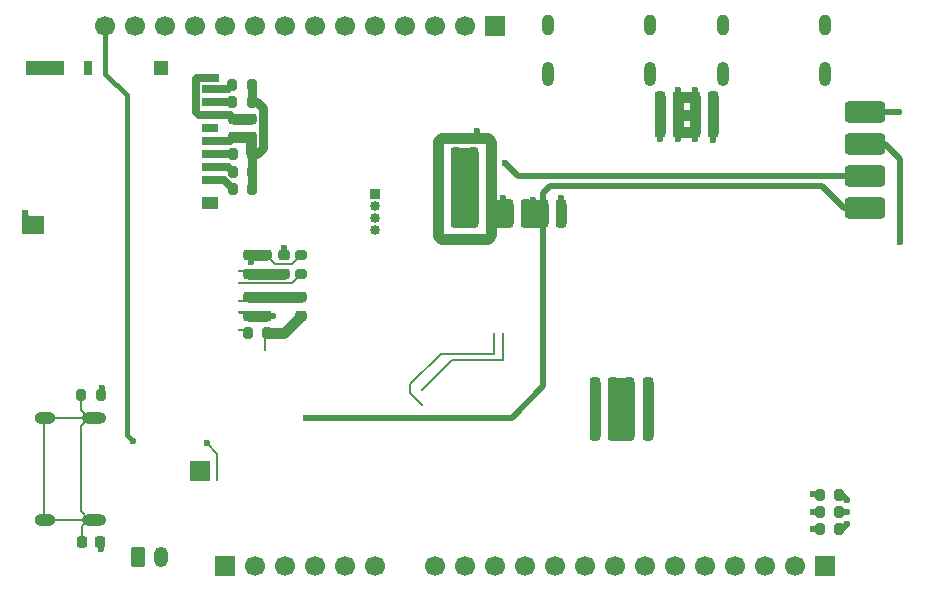
<source format=gbr>
%TF.GenerationSoftware,KiCad,Pcbnew,9.0.3*%
%TF.CreationDate,2025-10-26T12:54:33-04:00*%
%TF.ProjectId,SeedSBC_rev1_1,53656564-5342-4435-9f72-6576315f312e,rev?*%
%TF.SameCoordinates,Original*%
%TF.FileFunction,Copper,L6,Bot*%
%TF.FilePolarity,Positive*%
%FSLAX46Y46*%
G04 Gerber Fmt 4.6, Leading zero omitted, Abs format (unit mm)*
G04 Created by KiCad (PCBNEW 9.0.3) date 2025-10-26 12:54:33*
%MOMM*%
%LPD*%
G01*
G04 APERTURE LIST*
G04 Aperture macros list*
%AMRoundRect*
0 Rectangle with rounded corners*
0 $1 Rounding radius*
0 $2 $3 $4 $5 $6 $7 $8 $9 X,Y pos of 4 corners*
0 Add a 4 corners polygon primitive as box body*
4,1,4,$2,$3,$4,$5,$6,$7,$8,$9,$2,$3,0*
0 Add four circle primitives for the rounded corners*
1,1,$1+$1,$2,$3*
1,1,$1+$1,$4,$5*
1,1,$1+$1,$6,$7*
1,1,$1+$1,$8,$9*
0 Add four rect primitives between the rounded corners*
20,1,$1+$1,$2,$3,$4,$5,0*
20,1,$1+$1,$4,$5,$6,$7,0*
20,1,$1+$1,$6,$7,$8,$9,0*
20,1,$1+$1,$8,$9,$2,$3,0*%
%AMRotRect*
0 Rectangle, with rotation*
0 The origin of the aperture is its center*
0 $1 length*
0 $2 width*
0 $3 Rotation angle, in degrees counterclockwise*
0 Add horizontal line*
21,1,$1,$2,0,0,$3*%
G04 Aperture macros list end*
%TA.AperFunction,HeatsinkPad*%
%ADD10O,2.100000X1.000000*%
%TD*%
%TA.AperFunction,HeatsinkPad*%
%ADD11O,1.800000X1.000000*%
%TD*%
%TA.AperFunction,ComponentPad*%
%ADD12RoundRect,0.250000X-0.350000X-0.625000X0.350000X-0.625000X0.350000X0.625000X-0.350000X0.625000X0*%
%TD*%
%TA.AperFunction,ComponentPad*%
%ADD13O,1.200000X1.750000*%
%TD*%
%TA.AperFunction,HeatsinkPad*%
%ADD14O,1.000000X2.100000*%
%TD*%
%TA.AperFunction,HeatsinkPad*%
%ADD15O,1.000000X1.800000*%
%TD*%
%TA.AperFunction,ComponentPad*%
%ADD16R,1.700000X1.700000*%
%TD*%
%TA.AperFunction,ComponentPad*%
%ADD17C,1.700000*%
%TD*%
%TA.AperFunction,HeatsinkPad*%
%ADD18C,0.500000*%
%TD*%
%TA.AperFunction,HeatsinkPad*%
%ADD19R,1.680000X1.680000*%
%TD*%
%TA.AperFunction,ComponentPad*%
%ADD20R,0.850000X0.850000*%
%TD*%
%TA.AperFunction,ComponentPad*%
%ADD21C,0.850000*%
%TD*%
%TA.AperFunction,SMDPad,CuDef*%
%ADD22RoundRect,0.225000X0.250000X-0.225000X0.250000X0.225000X-0.250000X0.225000X-0.250000X-0.225000X0*%
%TD*%
%TA.AperFunction,SMDPad,CuDef*%
%ADD23RoundRect,0.225000X-0.225000X-0.250000X0.225000X-0.250000X0.225000X0.250000X-0.225000X0.250000X0*%
%TD*%
%TA.AperFunction,SMDPad,CuDef*%
%ADD24RoundRect,0.200000X-0.200000X-0.275000X0.200000X-0.275000X0.200000X0.275000X-0.200000X0.275000X0*%
%TD*%
%TA.AperFunction,SMDPad,CuDef*%
%ADD25RoundRect,0.200000X0.200000X0.275000X-0.200000X0.275000X-0.200000X-0.275000X0.200000X-0.275000X0*%
%TD*%
%TA.AperFunction,SMDPad,CuDef*%
%ADD26RoundRect,0.250000X1.450000X0.650000X-1.450000X0.650000X-1.450000X-0.650000X1.450000X-0.650000X0*%
%TD*%
%TA.AperFunction,SMDPad,CuDef*%
%ADD27RoundRect,0.218750X0.256250X-0.218750X0.256250X0.218750X-0.256250X0.218750X-0.256250X-0.218750X0*%
%TD*%
%TA.AperFunction,SMDPad,CuDef*%
%ADD28RoundRect,0.225000X0.225000X0.250000X-0.225000X0.250000X-0.225000X-0.250000X0.225000X-0.250000X0*%
%TD*%
%TA.AperFunction,SMDPad,CuDef*%
%ADD29R,1.400000X0.700000*%
%TD*%
%TA.AperFunction,SMDPad,CuDef*%
%ADD30R,1.200000X0.700000*%
%TD*%
%TA.AperFunction,SMDPad,CuDef*%
%ADD31R,0.800000X1.200000*%
%TD*%
%TA.AperFunction,SMDPad,CuDef*%
%ADD32R,1.900000X1.500000*%
%TD*%
%TA.AperFunction,SMDPad,CuDef*%
%ADD33RotRect,0.200000X0.200000X45.000000*%
%TD*%
%TA.AperFunction,SMDPad,CuDef*%
%ADD34R,0.500000X0.500000*%
%TD*%
%TA.AperFunction,SMDPad,CuDef*%
%ADD35R,1.400000X1.000000*%
%TD*%
%TA.AperFunction,SMDPad,CuDef*%
%ADD36R,3.200000X1.200000*%
%TD*%
%TA.AperFunction,SMDPad,CuDef*%
%ADD37R,1.200000X1.200000*%
%TD*%
%TA.AperFunction,SMDPad,CuDef*%
%ADD38RoundRect,0.225000X-0.250000X0.225000X-0.250000X-0.225000X0.250000X-0.225000X0.250000X0.225000X0*%
%TD*%
%TA.AperFunction,SMDPad,CuDef*%
%ADD39RoundRect,0.200000X-0.275000X0.200000X-0.275000X-0.200000X0.275000X-0.200000X0.275000X0.200000X0*%
%TD*%
%TA.AperFunction,SMDPad,CuDef*%
%ADD40RoundRect,0.218750X-0.256250X0.218750X-0.256250X-0.218750X0.256250X-0.218750X0.256250X0.218750X0*%
%TD*%
%TA.AperFunction,ViaPad*%
%ADD41C,0.600000*%
%TD*%
%TA.AperFunction,ViaPad*%
%ADD42C,0.300000*%
%TD*%
%TA.AperFunction,Conductor*%
%ADD43C,0.508000*%
%TD*%
%TA.AperFunction,Conductor*%
%ADD44C,0.635000*%
%TD*%
%TA.AperFunction,Conductor*%
%ADD45C,0.889000*%
%TD*%
%TA.AperFunction,Conductor*%
%ADD46C,0.200000*%
%TD*%
%TA.AperFunction,Conductor*%
%ADD47C,0.254000*%
%TD*%
%TA.AperFunction,Conductor*%
%ADD48C,0.150000*%
%TD*%
%TA.AperFunction,Conductor*%
%ADD49C,0.381000*%
%TD*%
%TA.AperFunction,Conductor*%
%ADD50C,0.762000*%
%TD*%
G04 APERTURE END LIST*
D10*
%TO.P,J6,S1,SHIELD*%
%TO.N,Net-(J6-SHIELD)*%
X108257500Y-111905000D03*
D11*
X104077500Y-111905000D03*
D10*
X108257500Y-120545000D03*
D11*
X104077500Y-120545000D03*
%TD*%
D12*
%TO.P,J3,1,Pin_1*%
%TO.N,V_BAT*%
X111960000Y-123740000D03*
D13*
%TO.P,J3,2,Pin_2*%
%TO.N,GND*%
X113960000Y-123740000D03*
%TD*%
D14*
%TO.P,J1,S1,SHIELD*%
%TO.N,GND*%
X170140000Y-82815000D03*
D15*
X170140000Y-78635000D03*
D14*
X161500000Y-82815000D03*
D15*
X161500000Y-78635000D03*
%TD*%
D14*
%TO.P,J7,S1,SHIELD*%
%TO.N,GND*%
X155320000Y-82815000D03*
D15*
X155320000Y-78635000D03*
D14*
X146680000Y-82815000D03*
D15*
X146680000Y-78635000D03*
%TD*%
D16*
%TO.P,J4,1,Pin_1*%
%TO.N,/FPGA + SRAM/FPGA/SPI_CNFG_CS*%
X119380000Y-124460000D03*
D17*
%TO.P,J4,2,Pin_2*%
%TO.N,/FPGA + SRAM/FPGA/SPI_CNFG_SCK*%
X121920000Y-124460000D03*
%TO.P,J4,3,Pin_3*%
%TO.N,/FPGA + SRAM/FPGA/SPI_CNFG_DI*%
X124460000Y-124460000D03*
%TO.P,J4,4,Pin_4*%
%TO.N,/FPGA + SRAM/FPGA/SPI_CNFG_DO*%
X127000000Y-124460000D03*
%TO.P,J4,5,Pin_5*%
%TO.N,P3V3*%
X129540000Y-124460000D03*
%TO.P,J4,6,Pin_6*%
%TO.N,GND*%
X132080000Y-124460000D03*
%TD*%
D18*
%TO.P,U9,17,VSS*%
%TO.N,GND*%
X116647500Y-117030000D03*
X117827500Y-117030000D03*
D19*
X117237500Y-116440000D03*
D18*
X116647500Y-115850000D03*
X117827500Y-115850000D03*
%TD*%
D16*
%TO.P,J8,1,Pin_1*%
%TO.N,GND*%
X170180000Y-124460000D03*
D17*
%TO.P,J8,2,Pin_2*%
%TO.N,/FPGA + SRAM/IO_B1*%
X167640000Y-124460000D03*
%TO.P,J8,3,Pin_3*%
%TO.N,/FPGA + SRAM/IO_B2*%
X165100000Y-124460000D03*
%TO.P,J8,4,Pin_4*%
%TO.N,/FPGA + SRAM/IO_B3*%
X162560000Y-124460000D03*
%TO.P,J8,5,Pin_5*%
%TO.N,/FPGA + SRAM/IO_B4*%
X160020000Y-124460000D03*
%TO.P,J8,6,Pin_6*%
%TO.N,/FPGA + SRAM/IO_B5*%
X157480000Y-124460000D03*
%TO.P,J8,7,Pin_7*%
%TO.N,/FPGA + SRAM/IO_B6*%
X154940000Y-124460000D03*
%TO.P,J8,8,Pin_8*%
%TO.N,/FPGA + SRAM/IO_B7*%
X152400000Y-124460000D03*
%TO.P,J8,9,Pin_9*%
%TO.N,/FPGA + SRAM/IO_B8*%
X149860000Y-124460000D03*
%TO.P,J8,10,Pin_10*%
%TO.N,/FPGA + SRAM/IO_B9*%
X147320000Y-124460000D03*
%TO.P,J8,11,Pin_11*%
%TO.N,/FPGA + SRAM/IO_B10*%
X144780000Y-124460000D03*
%TO.P,J8,12,Pin_12*%
%TO.N,GND*%
X142240000Y-124460000D03*
%TO.P,J8,13,Pin_13*%
%TO.N,P3V3*%
X139700000Y-124460000D03*
%TO.P,J8,14,Pin_14*%
%TO.N,V_BAT*%
X137160000Y-124460000D03*
%TD*%
D16*
%TO.P,J5,1,Pin_1*%
%TO.N,GND*%
X142240000Y-78740000D03*
D17*
%TO.P,J5,2,Pin_2*%
%TO.N,/FPGA + SRAM/IO_T1*%
X139700000Y-78740000D03*
%TO.P,J5,3,Pin_3*%
%TO.N,/FPGA + SRAM/IO_T2*%
X137160000Y-78740000D03*
%TO.P,J5,4,Pin_4*%
%TO.N,/FPGA + SRAM/IO_T3*%
X134620000Y-78740000D03*
%TO.P,J5,5,Pin_5*%
%TO.N,/FPGA + SRAM/IO_T4*%
X132080000Y-78740000D03*
%TO.P,J5,6,Pin_6*%
%TO.N,/FPGA + SRAM/IO_T5*%
X129540000Y-78740000D03*
%TO.P,J5,7,Pin_7*%
%TO.N,/FPGA + SRAM/IO_T6*%
X127000000Y-78740000D03*
%TO.P,J5,8,Pin_8*%
%TO.N,/FPGA + SRAM/IO_T7*%
X124460000Y-78740000D03*
%TO.P,J5,9,Pin_9*%
%TO.N,/FPGA + SRAM/IO_T8*%
X121920000Y-78740000D03*
%TO.P,J5,10,Pin_10*%
%TO.N,/FPGA + SRAM/IO_T9*%
X119380000Y-78740000D03*
%TO.P,J5,11,Pin_11*%
%TO.N,/FPGA + SRAM/IO_T10*%
X116840000Y-78740000D03*
%TO.P,J5,12,Pin_12*%
%TO.N,USB_VBUS2*%
X114300000Y-78740000D03*
%TO.P,J5,13,Pin_13*%
%TO.N,EN*%
X111760000Y-78740000D03*
%TO.P,J5,14,Pin_14*%
%TO.N,USB_VBUS*%
X109220000Y-78740000D03*
%TD*%
D20*
%TO.P,J9,1,Pin_1*%
%TO.N,EXT_PLL2P*%
X132080000Y-93000000D03*
D21*
%TO.P,J9,2,Pin_2*%
%TO.N,EXT_PLL2N*%
X132080000Y-94000000D03*
%TO.P,J9,3,Pin_3*%
%TO.N,EXT_PLL1P*%
X132080000Y-95000000D03*
%TO.P,J9,4,Pin_4*%
%TO.N,EXT_PLL1N*%
X132080000Y-96000000D03*
%TD*%
D22*
%TO.P,C57,1*%
%TO.N,Net-(U8-VPHY)*%
X121380000Y-99710000D03*
%TO.P,C57,2*%
%TO.N,GND*%
X121380000Y-98160000D03*
%TD*%
D23*
%TO.P,C26,1*%
%TO.N,P1V2*%
X140350000Y-90990000D03*
%TO.P,C26,2*%
%TO.N,GND*%
X141900000Y-90990000D03*
%TD*%
D24*
%TO.P,R33,1*%
%TO.N,/FPGA + SRAM/LED_G*%
X169725000Y-118430000D03*
%TO.P,R33,2*%
%TO.N,Net-(D3-GK)*%
X171375000Y-118430000D03*
%TD*%
D23*
%TO.P,C12,1*%
%TO.N,P3V3*%
X153600000Y-109010000D03*
%TO.P,C12,2*%
%TO.N,GND*%
X155150000Y-109010000D03*
%TD*%
D25*
%TO.P,R20,1*%
%TO.N,P3V3*%
X122930000Y-104710000D03*
%TO.P,R20,2*%
%TO.N,Net-(U8-~{RESET})*%
X121280000Y-104710000D03*
%TD*%
D26*
%TO.P,TP3V3,1,1*%
%TO.N,P3V3*%
X173570000Y-88730000D03*
%TD*%
D27*
%TO.P,L8,1,1*%
%TO.N,P3V3*%
X125760000Y-103280000D03*
%TO.P,L8,2,2*%
%TO.N,Net-(U8-VPLL)*%
X125760000Y-101705000D03*
%TD*%
D28*
%TO.P,C47,1*%
%TO.N,USB_VBUS2*%
X160665000Y-86260000D03*
%TO.P,C47,2*%
%TO.N,GND*%
X159115000Y-86260000D03*
%TD*%
D25*
%TO.P,R3,1*%
%TO.N,P3V3*%
X121640000Y-92530000D03*
%TO.P,R3,2*%
%TO.N,/FPGA + SRAM/SD_DAT2*%
X119990000Y-92530000D03*
%TD*%
D23*
%TO.P,C53,1*%
%TO.N,P3V3*%
X153600000Y-111930000D03*
%TO.P,C53,2*%
%TO.N,GND*%
X155150000Y-111930000D03*
%TD*%
D22*
%TO.P,C2,1*%
%TO.N,P3V3*%
X121550000Y-88180000D03*
%TO.P,C2,2*%
%TO.N,GND*%
X121550000Y-86630000D03*
%TD*%
D28*
%TO.P,C11,1*%
%TO.N,P3V3*%
X152190000Y-113390000D03*
%TO.P,C11,2*%
%TO.N,GND*%
X150640000Y-113390000D03*
%TD*%
D26*
%TO.P,TP1V2,1,1*%
%TO.N,P1V2*%
X173570000Y-91430000D03*
%TD*%
D23*
%TO.P,C25,1*%
%TO.N,P1V2*%
X140350000Y-92450000D03*
%TO.P,C25,2*%
%TO.N,GND*%
X141900000Y-92450000D03*
%TD*%
D29*
%TO.P,J2,1,DAT2*%
%TO.N,/FPGA + SRAM/SD_DAT2*%
X118120000Y-91800000D03*
%TO.P,J2,2,DAT3/CD*%
%TO.N,/FPGA + SRAM/SD_DAT3*%
X118120000Y-90700000D03*
%TO.P,J2,3,CMD*%
%TO.N,/SD MMC/SD_CMD*%
X118120000Y-89600000D03*
%TO.P,J2,4,VDD*%
%TO.N,P3V3*%
X118120000Y-88500000D03*
%TO.P,J2,5,CLK*%
%TO.N,/FPGA + SRAM/SD_CLK*%
X118120000Y-87400000D03*
%TO.P,J2,6,VSS*%
%TO.N,GND*%
X118120000Y-86300000D03*
%TO.P,J2,7,DAT0*%
%TO.N,/FPGA + SRAM/SD_DAT0*%
X118120000Y-85200000D03*
%TO.P,J2,8,DAT1*%
%TO.N,/FPGA + SRAM/SD_DAT1*%
X118120000Y-84100000D03*
D30*
%TO.P,J2,9,SHIELD*%
%TO.N,GND*%
X118220000Y-83150000D03*
D31*
%TO.P,J2,10*%
%TO.N,N/C*%
X107720000Y-82300000D03*
D32*
%TO.P,J2,11*%
X103120000Y-95600000D03*
D33*
X102670000Y-94850000D03*
D34*
X102420000Y-94600000D03*
D35*
X118120000Y-93700000D03*
D36*
X104120000Y-82300000D03*
D37*
X113920000Y-82300000D03*
%TD*%
D22*
%TO.P,C46,1*%
%TO.N,Net-(U8-VPHY)*%
X122850000Y-99710000D03*
%TO.P,C46,2*%
%TO.N,GND*%
X122850000Y-98160000D03*
%TD*%
D25*
%TO.P,R46,1*%
%TO.N,P3V3*%
X121620000Y-85190000D03*
%TO.P,R46,2*%
%TO.N,/FPGA + SRAM/SD_DAT0*%
X119970000Y-85190000D03*
%TD*%
D28*
%TO.P,C17,1*%
%TO.N,P1V2*%
X138940000Y-89530000D03*
%TO.P,C17,2*%
%TO.N,GND*%
X137390000Y-89530000D03*
%TD*%
%TO.P,C27,1*%
%TO.N,P2V5*%
X144860000Y-93910000D03*
%TO.P,C27,2*%
%TO.N,GND*%
X143310000Y-93910000D03*
%TD*%
D23*
%TO.P,C31,1*%
%TO.N,USB_VBUS2*%
X156155000Y-87730000D03*
%TO.P,C31,2*%
%TO.N,GND*%
X157705000Y-87730000D03*
%TD*%
D38*
%TO.P,C59,1*%
%TO.N,Net-(U8-VPLL)*%
X122840000Y-101730000D03*
%TO.P,C59,2*%
%TO.N,GND*%
X122840000Y-103280000D03*
%TD*%
D28*
%TO.P,C20,1*%
%TO.N,P1V2*%
X138940000Y-92450000D03*
%TO.P,C20,2*%
%TO.N,GND*%
X137390000Y-92450000D03*
%TD*%
D23*
%TO.P,C30,1*%
%TO.N,P2V5*%
X146270000Y-93910000D03*
%TO.P,C30,2*%
%TO.N,GND*%
X147820000Y-93910000D03*
%TD*%
%TO.P,C24,1*%
%TO.N,P1V2*%
X140350000Y-93910000D03*
%TO.P,C24,2*%
%TO.N,GND*%
X141900000Y-93910000D03*
%TD*%
D26*
%TO.P,TP2V5,1,1*%
%TO.N,P2V5*%
X173570000Y-94130000D03*
%TD*%
D39*
%TO.P,R19,1*%
%TO.N,GND*%
X125780000Y-98110000D03*
%TO.P,R19,2*%
%TO.N,Net-(U8-REF)*%
X125780000Y-99760000D03*
%TD*%
D28*
%TO.P,C19,1*%
%TO.N,P1V2*%
X138940000Y-90990000D03*
%TO.P,C19,2*%
%TO.N,GND*%
X137390000Y-90990000D03*
%TD*%
%TO.P,C32,1*%
%TO.N,USB_VBUS2*%
X160665000Y-87730000D03*
%TO.P,C32,2*%
%TO.N,GND*%
X159115000Y-87730000D03*
%TD*%
D23*
%TO.P,C18,1*%
%TO.N,P1V2*%
X140350000Y-95370000D03*
%TO.P,C18,2*%
%TO.N,GND*%
X141900000Y-95370000D03*
%TD*%
D22*
%TO.P,C1,1*%
%TO.N,P3V3*%
X120080000Y-88180000D03*
%TO.P,C1,2*%
%TO.N,GND*%
X120080000Y-86630000D03*
%TD*%
D23*
%TO.P,C23,1*%
%TO.N,P1V2*%
X140350000Y-89530000D03*
%TO.P,C23,2*%
%TO.N,GND*%
X141900000Y-89530000D03*
%TD*%
D28*
%TO.P,C50,1*%
%TO.N,P3V3*%
X152190000Y-110470000D03*
%TO.P,C50,2*%
%TO.N,GND*%
X150640000Y-110470000D03*
%TD*%
D23*
%TO.P,C63,1*%
%TO.N,USB_VBUS2*%
X156155000Y-84790000D03*
%TO.P,C63,2*%
%TO.N,GND*%
X157705000Y-84790000D03*
%TD*%
D24*
%TO.P,R34,1*%
%TO.N,/FPGA + SRAM/LED_R*%
X169725000Y-119890000D03*
%TO.P,R34,2*%
%TO.N,Net-(D3-RK)*%
X171375000Y-119890000D03*
%TD*%
D23*
%TO.P,C48,1*%
%TO.N,USB_VBUS2*%
X156155000Y-86260000D03*
%TO.P,C48,2*%
%TO.N,GND*%
X157705000Y-86260000D03*
%TD*%
D26*
%TO.P,TP5V0,1,1*%
%TO.N,USB_VBUS2*%
X173570000Y-86030000D03*
%TD*%
D23*
%TO.P,C54,1*%
%TO.N,P3V3*%
X153600000Y-110470000D03*
%TO.P,C54,2*%
%TO.N,GND*%
X155150000Y-110470000D03*
%TD*%
D28*
%TO.P,C51,1*%
%TO.N,P3V3*%
X152190000Y-111930000D03*
%TO.P,C51,2*%
%TO.N,GND*%
X150640000Y-111930000D03*
%TD*%
%TO.P,C21,1*%
%TO.N,P1V2*%
X138940000Y-93910000D03*
%TO.P,C21,2*%
%TO.N,GND*%
X137390000Y-93910000D03*
%TD*%
D23*
%TO.P,C29,1*%
%TO.N,P2V5*%
X146270000Y-95370000D03*
%TO.P,C29,2*%
%TO.N,GND*%
X147820000Y-95370000D03*
%TD*%
D28*
%TO.P,C62,1*%
%TO.N,USB_VBUS2*%
X160665000Y-84790000D03*
%TO.P,C62,2*%
%TO.N,GND*%
X159115000Y-84790000D03*
%TD*%
D24*
%TO.P,R32,1*%
%TO.N,/FPGA + SRAM/LED_B*%
X169725000Y-121350000D03*
%TO.P,R32,2*%
%TO.N,Net-(D3-BK)*%
X171375000Y-121350000D03*
%TD*%
D23*
%TO.P,C3,1*%
%TO.N,Net-(J6-SHIELD)*%
X107255000Y-122420000D03*
%TO.P,C3,2*%
%TO.N,GND*%
X108805000Y-122420000D03*
%TD*%
D40*
%TO.P,L7,1,1*%
%TO.N,P3V3*%
X124320000Y-98142500D03*
%TO.P,L7,2,2*%
%TO.N,Net-(U8-VPHY)*%
X124320000Y-99717500D03*
%TD*%
D28*
%TO.P,C28,1*%
%TO.N,P2V5*%
X144860000Y-95370000D03*
%TO.P,C28,2*%
%TO.N,GND*%
X143310000Y-95370000D03*
%TD*%
D25*
%TO.P,R47,1*%
%TO.N,P3V3*%
X121640000Y-89610000D03*
%TO.P,R47,2*%
%TO.N,/SD MMC/SD_CMD*%
X119990000Y-89610000D03*
%TD*%
%TO.P,R2,1*%
%TO.N,P3V3*%
X121640000Y-91070000D03*
%TO.P,R2,2*%
%TO.N,/FPGA + SRAM/SD_DAT3*%
X119990000Y-91070000D03*
%TD*%
D28*
%TO.P,C22,1*%
%TO.N,P1V2*%
X138940000Y-95370000D03*
%TO.P,C22,2*%
%TO.N,GND*%
X137390000Y-95370000D03*
%TD*%
D24*
%TO.P,R1,1*%
%TO.N,Net-(J6-SHIELD)*%
X107175000Y-110000000D03*
%TO.P,R1,2*%
%TO.N,GND*%
X108825000Y-110000000D03*
%TD*%
D38*
%TO.P,C58,1*%
%TO.N,Net-(U8-VPLL)*%
X121380000Y-101730000D03*
%TO.P,C58,2*%
%TO.N,GND*%
X121380000Y-103280000D03*
%TD*%
D23*
%TO.P,C52,1*%
%TO.N,P3V3*%
X153600000Y-113400000D03*
%TO.P,C52,2*%
%TO.N,GND*%
X155150000Y-113400000D03*
%TD*%
D25*
%TO.P,R45,1*%
%TO.N,P3V3*%
X121620000Y-83730000D03*
%TO.P,R45,2*%
%TO.N,/FPGA + SRAM/SD_DAT1*%
X119970000Y-83730000D03*
%TD*%
D28*
%TO.P,C49,1*%
%TO.N,P3V3*%
X152190000Y-109010000D03*
%TO.P,C49,2*%
%TO.N,GND*%
X150640000Y-109010000D03*
%TD*%
D41*
%TO.N,P2V5*%
X145400000Y-93500000D03*
%TO.N,Net-(D3-BK)*%
X171990000Y-120940000D03*
%TO.N,GND*%
X121560000Y-98760000D03*
D42*
X120500000Y-103000000D03*
D41*
X155150000Y-113400000D03*
X159150000Y-84170000D03*
X150640000Y-109010000D03*
X157700000Y-84170000D03*
X155200000Y-109040000D03*
X159130000Y-88350000D03*
X150640000Y-113390000D03*
X123441331Y-103283871D03*
X108900000Y-109400000D03*
X157680000Y-88340000D03*
X108828091Y-123041263D03*
X121550000Y-86630000D03*
X147813171Y-93290187D03*
X140690000Y-87650000D03*
X142880000Y-93280000D03*
%TO.N,V_SYS*%
X117796100Y-114069354D03*
D42*
X118700000Y-117200000D03*
D41*
%TO.N,Net-(D3-GK)*%
X171990000Y-118850000D03*
%TO.N,Net-(D3-RK)*%
X172000000Y-119890000D03*
D42*
%TO.N,/FPGA + SRAM/SD_DAT0*%
X118120000Y-85200000D03*
D41*
%TO.N,/FPGA + SRAM/LED_B*%
X169170000Y-121350000D03*
D42*
%TO.N,/FPGA + SRAM/SD_CLK*%
X118120000Y-87400000D03*
%TO.N,/FPGA + SRAM/SD_DAT1*%
X118120000Y-84100000D03*
%TO.N,/FPGA + SRAM/SD_DAT3*%
X118120000Y-90700000D03*
%TO.N,/FPGA + SRAM/FPGA/SPI_CNFG_CS*%
X142900000Y-104800000D03*
X136025000Y-109560000D03*
D41*
%TO.N,P1V2*%
X140350000Y-92500000D03*
X140350000Y-91000000D03*
X140350000Y-89530000D03*
X143070000Y-90350000D03*
%TO.N,/FPGA + SRAM/LED_R*%
X169170000Y-119890000D03*
D42*
%TO.N,/SD MMC/SD_CMD*%
X118120000Y-89600000D03*
D41*
%TO.N,USB_VBUS*%
X111530000Y-113909267D03*
D42*
%TO.N,P3V3*%
X122700000Y-106200000D03*
D41*
X152190000Y-113390000D03*
X121640000Y-92530000D03*
X153600000Y-109010000D03*
X153600000Y-111930000D03*
X121640000Y-89610000D03*
X152190000Y-110470000D03*
X124320000Y-97550000D03*
X176530000Y-97040000D03*
X124300000Y-104710000D03*
D42*
%TO.N,/FPGA + SRAM/SD_DAT2*%
X118120000Y-91800000D03*
D41*
%TO.N,/FPGA + SRAM/LED_G*%
X169170000Y-118400000D03*
%TO.N,P2V5*%
X126198000Y-111901000D03*
D42*
%TO.N,/FPGA + SRAM/FPGA/SPI_CNFG_DO*%
X142100000Y-104800000D03*
X136025000Y-110830000D03*
%TO.N,Net-(U8-REF)*%
X120500000Y-100500000D03*
%TO.N,Net-(U8-~{RESET})*%
X120500000Y-104500000D03*
%TO.N,Net-(U8-VPLL)*%
X120500000Y-102000000D03*
%TO.N,Net-(U8-VPHY)*%
X120500000Y-99500000D03*
D41*
%TO.N,USB_VBUS2*%
X156155000Y-88350000D03*
X160670000Y-88360000D03*
X176380000Y-86000000D03*
%TD*%
D43*
%TO.N,Net-(D3-BK)*%
X171580000Y-121350000D02*
X171990000Y-120940000D01*
X171375000Y-121350000D02*
X171580000Y-121350000D01*
D44*
%TO.N,GND*%
X117133000Y-86300000D02*
X116901500Y-86068500D01*
X116901500Y-83231500D02*
X116983000Y-83150000D01*
D45*
X143310000Y-93910000D02*
X143310000Y-95370000D01*
D46*
X125009000Y-98881000D02*
X125780000Y-98110000D01*
D45*
X155150000Y-111930000D02*
X155150000Y-113400000D01*
X150640000Y-110470000D02*
X150640000Y-113390000D01*
X141900000Y-88550000D02*
X141900000Y-89530000D01*
X137390000Y-90990000D02*
X137390000Y-92450000D01*
X137390000Y-96540000D02*
X137600000Y-96750000D01*
X155150000Y-110470000D02*
X155150000Y-111930000D01*
D46*
X122850000Y-98160000D02*
X123571000Y-98881000D01*
D45*
X141900000Y-89530000D02*
X141900000Y-90990000D01*
X159115000Y-86260000D02*
X159115000Y-87730000D01*
X141900000Y-93960000D02*
X143310000Y-95370000D01*
X141900000Y-96450000D02*
X141900000Y-95370000D01*
D47*
X121100000Y-103000000D02*
X121380000Y-103280000D01*
D45*
X137390000Y-89530000D02*
X137390000Y-88460000D01*
D44*
X116983000Y-83150000D02*
X118220000Y-83150000D01*
D45*
X157705000Y-86260000D02*
X159115000Y-86260000D01*
D46*
X123571000Y-98881000D02*
X125009000Y-98881000D01*
D45*
X150640000Y-109010000D02*
X150640000Y-110470000D01*
X157705000Y-87730000D02*
X159115000Y-87730000D01*
X141900000Y-93910000D02*
X143310000Y-93910000D01*
X159115000Y-84790000D02*
X159115000Y-86260000D01*
X137390000Y-88460000D02*
X137600000Y-88250000D01*
X137390000Y-95370000D02*
X137390000Y-96540000D01*
X141900000Y-92450000D02*
X141900000Y-93910000D01*
X141900000Y-95370000D02*
X143310000Y-95370000D01*
X141600000Y-88250000D02*
X141900000Y-88550000D01*
X141600000Y-96750000D02*
X141900000Y-96450000D01*
X137390000Y-93910000D02*
X137390000Y-95370000D01*
X141900000Y-93910000D02*
X141900000Y-93960000D01*
D44*
X116901500Y-86068500D02*
X116901500Y-83231500D01*
X119750000Y-86300000D02*
X120080000Y-86630000D01*
D45*
X137600000Y-96750000D02*
X141600000Y-96750000D01*
X141900000Y-93910000D02*
X141900000Y-95370000D01*
X155150000Y-109010000D02*
X155150000Y-110470000D01*
X120080000Y-86630000D02*
X121550000Y-86630000D01*
X137600000Y-88250000D02*
X141600000Y-88250000D01*
D44*
X118120000Y-86300000D02*
X117133000Y-86300000D01*
D45*
X121380000Y-98160000D02*
X122850000Y-98160000D01*
X121380000Y-103280000D02*
X122840000Y-103280000D01*
X157705000Y-84790000D02*
X159115000Y-84790000D01*
D44*
X118120000Y-86300000D02*
X119750000Y-86300000D01*
D45*
X141900000Y-90990000D02*
X141900000Y-92450000D01*
X157705000Y-87730000D02*
X157705000Y-86260000D01*
D47*
X120500000Y-103000000D02*
X121100000Y-103000000D01*
D45*
X157705000Y-86260000D02*
X157705000Y-84790000D01*
X147820000Y-93910000D02*
X147820000Y-95370000D01*
X137390000Y-89530000D02*
X137390000Y-90990000D01*
X137390000Y-92450000D02*
X137390000Y-93910000D01*
D46*
%TO.N,V_SYS*%
X118700000Y-117200000D02*
X118700000Y-114973254D01*
X118700000Y-114973254D02*
X117796100Y-114069354D01*
D43*
%TO.N,Net-(D3-GK)*%
X171375000Y-118430000D02*
X171570000Y-118430000D01*
X171570000Y-118430000D02*
X171990000Y-118850000D01*
%TO.N,Net-(D3-RK)*%
X171375000Y-119890000D02*
X172000000Y-119890000D01*
D44*
%TO.N,/FPGA + SRAM/SD_DAT0*%
X119960000Y-85200000D02*
X119970000Y-85190000D01*
X118120000Y-85200000D02*
X119960000Y-85200000D01*
D48*
%TO.N,/FPGA + SRAM/LED_B*%
X169170000Y-121350000D02*
X169725000Y-121350000D01*
D44*
%TO.N,/FPGA + SRAM/SD_DAT1*%
X118120000Y-84100000D02*
X119600000Y-84100000D01*
X119600000Y-84100000D02*
X119970000Y-83730000D01*
%TO.N,/FPGA + SRAM/SD_DAT3*%
X118120000Y-90700000D02*
X119620000Y-90700000D01*
X119620000Y-90700000D02*
X119990000Y-91070000D01*
D48*
%TO.N,/FPGA + SRAM/FPGA/SPI_CNFG_CS*%
X142900000Y-107000000D02*
X142900000Y-104800000D01*
X136025000Y-109560000D02*
X136040000Y-109560000D01*
X138600000Y-107000000D02*
X142900000Y-107000000D01*
X136040000Y-109560000D02*
X138600000Y-107000000D01*
D45*
%TO.N,P1V2*%
X140350000Y-92450000D02*
X140350000Y-92500000D01*
X140350000Y-92500000D02*
X140350000Y-93910000D01*
X138940000Y-93910000D02*
X140350000Y-93910000D01*
X138940000Y-93960000D02*
X140350000Y-95370000D01*
X138940000Y-95370000D02*
X140350000Y-95370000D01*
X138940000Y-92450000D02*
X138940000Y-92500000D01*
X138940000Y-93910000D02*
X138940000Y-93960000D01*
X138940000Y-90990000D02*
X138940000Y-91040000D01*
X138940000Y-92450000D02*
X140350000Y-92450000D01*
X138940000Y-95370000D02*
X138940000Y-93910000D01*
X138940000Y-89530000D02*
X138940000Y-89580000D01*
X138940000Y-89580000D02*
X140350000Y-90990000D01*
X140350000Y-89530000D02*
X140350000Y-90990000D01*
X138940000Y-90990000D02*
X138940000Y-89530000D01*
X138940000Y-92500000D02*
X140350000Y-93910000D01*
X140350000Y-90990000D02*
X140350000Y-91000000D01*
X138940000Y-92450000D02*
X138940000Y-90990000D01*
X140350000Y-91000000D02*
X140350000Y-92450000D01*
D43*
X144150000Y-91430000D02*
X173570000Y-91430000D01*
D45*
X138940000Y-89530000D02*
X140350000Y-89530000D01*
X140350000Y-93910000D02*
X140350000Y-95370000D01*
D43*
X143070000Y-90350000D02*
X144150000Y-91430000D01*
D45*
X138940000Y-93910000D02*
X138940000Y-92450000D01*
X138940000Y-91040000D02*
X140350000Y-92450000D01*
X138940000Y-90990000D02*
X140350000Y-90990000D01*
D48*
%TO.N,/FPGA + SRAM/LED_R*%
X169170000Y-119890000D02*
X169725000Y-119890000D01*
D44*
%TO.N,/SD MMC/SD_CMD*%
X119980000Y-89600000D02*
X119990000Y-89610000D01*
X118120000Y-89600000D02*
X119980000Y-89600000D01*
D49*
%TO.N,USB_VBUS*%
X111030532Y-84630532D02*
X109220000Y-82820000D01*
X111030532Y-113409799D02*
X111030532Y-84630532D01*
X109220000Y-82820000D02*
X109220000Y-78740000D01*
X111530000Y-113909267D02*
X111030532Y-113409799D01*
D45*
%TO.N,P3V3*%
X124330000Y-104710000D02*
X125760000Y-103280000D01*
X152190000Y-109010000D02*
X152190000Y-110470000D01*
X152190000Y-110470000D02*
X153600000Y-110470000D01*
X152190000Y-110520000D02*
X152190000Y-110470000D01*
X152190000Y-110470000D02*
X152190000Y-111930000D01*
X152190000Y-109010000D02*
X153600000Y-109010000D01*
X152190000Y-113390000D02*
X153590000Y-113390000D01*
D50*
X121620000Y-85190000D02*
X122020000Y-85190000D01*
X122020000Y-85190000D02*
X122557000Y-85727000D01*
X122557000Y-89093000D02*
X122040000Y-89610000D01*
D45*
X153600000Y-111930000D02*
X153600000Y-113400000D01*
D44*
X119760000Y-88500000D02*
X120080000Y-88180000D01*
D45*
X152190000Y-111990000D02*
X153600000Y-113400000D01*
D43*
X176530000Y-89990000D02*
X176530000Y-97040000D01*
D45*
X153590000Y-113390000D02*
X153600000Y-113400000D01*
X121550000Y-88180000D02*
X121550000Y-89520000D01*
D43*
X175270000Y-88730000D02*
X176530000Y-89990000D01*
D50*
X121640000Y-91070000D02*
X121640000Y-92530000D01*
X122557000Y-85727000D02*
X122557000Y-89093000D01*
D45*
X153600000Y-110470000D02*
X153600000Y-111930000D01*
D46*
X122700000Y-106200000D02*
X122700000Y-104940000D01*
D45*
X152190000Y-109010000D02*
X152190000Y-109060000D01*
X122930000Y-104710000D02*
X124300000Y-104710000D01*
X152190000Y-111930000D02*
X152190000Y-113390000D01*
D50*
X122040000Y-89610000D02*
X121640000Y-89610000D01*
D43*
X173570000Y-88730000D02*
X175270000Y-88730000D01*
D44*
X118120000Y-88500000D02*
X119760000Y-88500000D01*
D45*
X152190000Y-111930000D02*
X152190000Y-111990000D01*
X120080000Y-88180000D02*
X121550000Y-88180000D01*
X121550000Y-89520000D02*
X121640000Y-89610000D01*
D46*
X122700000Y-104940000D02*
X122930000Y-104710000D01*
D50*
X121640000Y-89610000D02*
X121640000Y-91070000D01*
D45*
X153600000Y-109010000D02*
X153600000Y-110470000D01*
X152190000Y-111930000D02*
X153600000Y-111930000D01*
X153600000Y-111930000D02*
X152190000Y-110520000D01*
X152190000Y-109060000D02*
X153600000Y-110470000D01*
X124300000Y-104710000D02*
X124330000Y-104710000D01*
D50*
X121620000Y-83730000D02*
X121620000Y-85190000D01*
D44*
%TO.N,/FPGA + SRAM/SD_DAT2*%
X119260000Y-91800000D02*
X119990000Y-92530000D01*
X118120000Y-91800000D02*
X119260000Y-91800000D01*
D48*
%TO.N,/FPGA + SRAM/LED_G*%
X169695000Y-118400000D02*
X169725000Y-118430000D01*
X169170000Y-118400000D02*
X169695000Y-118400000D01*
D45*
%TO.N,P2V5*%
X144860000Y-93960000D02*
X146270000Y-95370000D01*
D43*
X171740000Y-94130000D02*
X173570000Y-94130000D01*
D45*
X144860000Y-95370000D02*
X144860000Y-93910000D01*
X144860000Y-93910000D02*
X144860000Y-93960000D01*
X146270000Y-95370000D02*
X144860000Y-95370000D01*
D43*
X146270000Y-92880000D02*
X146850000Y-92300000D01*
X146850000Y-92300000D02*
X169910000Y-92300000D01*
X146270000Y-109270000D02*
X146270000Y-95370000D01*
D45*
X146270000Y-93910000D02*
X146270000Y-95370000D01*
D43*
X126198000Y-111901000D02*
X143639000Y-111901000D01*
X169910000Y-92300000D02*
X171740000Y-94130000D01*
X143639000Y-111901000D02*
X146270000Y-109270000D01*
X146270000Y-93910000D02*
X146270000Y-92880000D01*
D45*
X144860000Y-93910000D02*
X146270000Y-93910000D01*
D48*
%TO.N,/FPGA + SRAM/FPGA/SPI_CNFG_DO*%
X136025000Y-110825000D02*
X135000000Y-109800000D01*
X137600000Y-106500000D02*
X142100000Y-106500000D01*
X136025000Y-110830000D02*
X136025000Y-110825000D01*
X142100000Y-106500000D02*
X142100000Y-104800000D01*
X135000000Y-109100000D02*
X137600000Y-106500000D01*
X135000000Y-109800000D02*
X135000000Y-109100000D01*
D46*
%TO.N,Net-(U8-REF)*%
X120500000Y-100500000D02*
X125040000Y-100500000D01*
X125040000Y-100500000D02*
X125780000Y-99760000D01*
%TO.N,Net-(U8-~{RESET})*%
X120500000Y-104500000D02*
X121070000Y-104500000D01*
X121070000Y-104500000D02*
X121280000Y-104710000D01*
D45*
%TO.N,Net-(U8-VPLL)*%
X122840000Y-101730000D02*
X125735000Y-101730000D01*
D46*
X121110000Y-102000000D02*
X121380000Y-101730000D01*
X120500000Y-102000000D02*
X121110000Y-102000000D01*
D45*
X125735000Y-101730000D02*
X125760000Y-101705000D01*
X121380000Y-101730000D02*
X122840000Y-101730000D01*
D46*
%TO.N,Net-(U8-VPHY)*%
X121170000Y-99500000D02*
X121380000Y-99710000D01*
D45*
X122850000Y-99710000D02*
X124312500Y-99710000D01*
X124312500Y-99710000D02*
X124320000Y-99717500D01*
X121380000Y-99710000D02*
X122850000Y-99710000D01*
D46*
X120500000Y-99500000D02*
X121170000Y-99500000D01*
%TO.N,USB_VBUS2*%
X160665000Y-88355000D02*
X160670000Y-88360000D01*
D45*
X160665000Y-86260000D02*
X160665000Y-87730000D01*
X156155000Y-87730000D02*
X156155000Y-86260000D01*
X156155000Y-86260000D02*
X156155000Y-84790000D01*
D46*
X160665000Y-87730000D02*
X160665000Y-88355000D01*
D45*
X160665000Y-84790000D02*
X160665000Y-86260000D01*
D43*
X173570000Y-86030000D02*
X176350000Y-86030000D01*
X176350000Y-86030000D02*
X176380000Y-86000000D01*
D46*
X156155000Y-88350000D02*
X156155000Y-87730000D01*
%TO.N,Net-(J6-SHIELD)*%
X107130000Y-119847500D02*
X107827500Y-120545000D01*
X107827500Y-120545000D02*
X104002500Y-120545000D01*
X107827500Y-111905000D02*
X104002500Y-111905000D01*
X107175000Y-111252500D02*
X107827500Y-111905000D01*
X107255000Y-122420000D02*
X107255000Y-121117500D01*
X104002500Y-111905000D02*
X104002500Y-120545000D01*
X107827500Y-111905000D02*
X107130000Y-112602500D01*
X107255000Y-121117500D02*
X107827500Y-120545000D01*
X107130000Y-112602500D02*
X107130000Y-119847500D01*
X107175000Y-110000000D02*
X107175000Y-111252500D01*
%TD*%
M02*

</source>
